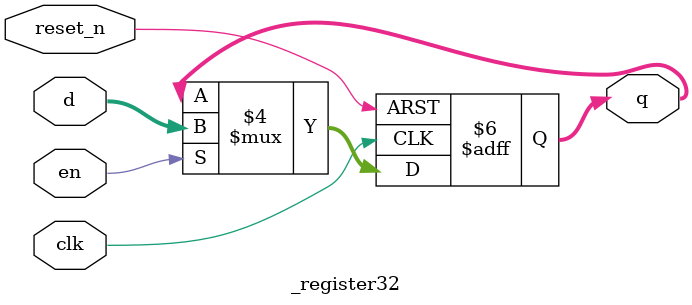
<source format=v>
module IR(i_clk,IRWrite,i_Instr,o_op,o_rs,o_rt,o_Imm16);
	input i_clk,IRWrite;
	input [31:0] i_Instr;
	output reg [5:0] o_op;
	output reg [4:0] o_rs,o_rt;
	output reg [15:0] o_Imm16;
	
	initial begin
		o_op <= 6'b0;
		o_rs <= 5'b0;
		o_rt <= 5'b0;
		o_Imm16 <= 16'b0;
	end // initialize to zero
	
	always@(posedge i_clk) begin
	if(IRWrite == 1) // if Write Signal is ON,
	begin
		o_op <= i_Instr[31:26];
		o_rs <= i_Instr[25:21];
		o_rt <= i_Instr[20:16];
		o_Imm16 <= i_Instr[15:0];
	end
	end
	
endmodule //End of module

module MDR(i_clk,i_data,o_data);
	input i_clk;
	input [31:0] i_data;
	output reg [31:0] o_data; // 32 bit output register
	
	initial begin
		o_data <= 32'b0;
	end // initialize to zero
	
	always@(posedge i_clk) begin
		o_data <= i_data;
	end
	
endmodule //End of module

module A(i_clk,i_x,o_y);
	input i_clk;
	input [31:0] i_x;
	output reg [31:0] o_y; // 32 bit output register
	
	initial begin
		o_y <= 32'b0;
	end // initialize to zero
	
	always@(posedge i_clk) begin
		o_y <= i_x;
	end
	
endmodule //End of module

module ALUOut(i_clk,i_alu_result,o_alu_out);
	input i_clk;
	input [31:0] i_alu_result;
	output reg [31:0]	o_alu_out; // 32 bit output register

	initial begin
		o_alu_out <= 32'b0;
	end // initialize to zero
	
	always@(posedge i_clk) begin
		o_alu_out <= i_alu_result;
	end
	
endmodule //End of module

//Module of 32-bit Register
module _register32(clk,reset_n,en,d,q);
	input clk,reset_n,en; //clock pulse
	input [31:0] d; //32-bit input
	output reg [31:0] q; //32-bit output
	
	always@(posedge clk or negedge reset_n)
	begin
		if(reset_n==0) q <= 32'b0;
		else if(en==1) q <= d;
	end
	
endmodule //End of module
</source>
